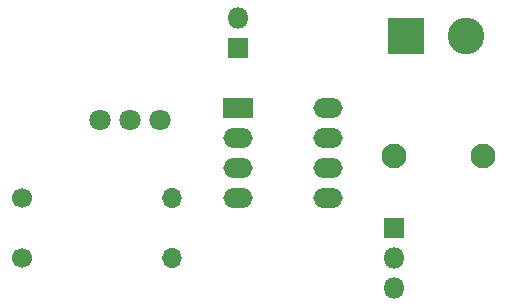
<source format=gbr>
%TF.GenerationSoftware,KiCad,Pcbnew,(5.1.6)-1*%
%TF.CreationDate,2023-06-29T19:29:05+02:00*%
%TF.ProjectId,carteAdaptationPiezo,63617274-6541-4646-9170-746174696f6e,rev?*%
%TF.SameCoordinates,Original*%
%TF.FileFunction,Soldermask,Top*%
%TF.FilePolarity,Negative*%
%FSLAX46Y46*%
G04 Gerber Fmt 4.6, Leading zero omitted, Abs format (unit mm)*
G04 Created by KiCad (PCBNEW (5.1.6)-1) date 2023-06-29 19:29:05*
%MOMM*%
%LPD*%
G01*
G04 APERTURE LIST*
%ADD10C,2.100000*%
%ADD11R,1.800000X1.800000*%
%ADD12O,1.800000X1.800000*%
%ADD13R,3.100000X3.100000*%
%ADD14C,3.100000*%
%ADD15C,1.700000*%
%ADD16O,1.700000X1.700000*%
%ADD17C,1.800000*%
%ADD18R,2.500000X1.700000*%
%ADD19O,2.500000X1.700000*%
G04 APERTURE END LIST*
D10*
%TO.C,C1*%
X174632000Y-142748000D03*
X167132000Y-142748000D03*
%TD*%
D11*
%TO.C,J1*%
X167132000Y-148844000D03*
D12*
X167132000Y-151384000D03*
X167132000Y-153924000D03*
%TD*%
D11*
%TO.C,J2*%
X153924000Y-133604000D03*
D12*
X153924000Y-131064000D03*
%TD*%
D13*
%TO.C,J3*%
X168148000Y-132549001D03*
D14*
X173228000Y-132549001D03*
%TD*%
D15*
%TO.C,R1*%
X135636000Y-151384000D03*
D16*
X148336000Y-151384000D03*
%TD*%
%TO.C,R2*%
X148336000Y-146304000D03*
D15*
X135636000Y-146304000D03*
%TD*%
D17*
%TO.C,RV1*%
X147320000Y-139700000D03*
X144780000Y-139700000D03*
X142240000Y-139700000D03*
%TD*%
D18*
%TO.C,U1*%
X153924000Y-138684000D03*
D19*
X161544000Y-146304000D03*
X153924000Y-141224000D03*
X161544000Y-143764000D03*
X153924000Y-143764000D03*
X161544000Y-141224000D03*
X153924000Y-146304000D03*
X161544000Y-138684000D03*
%TD*%
M02*

</source>
